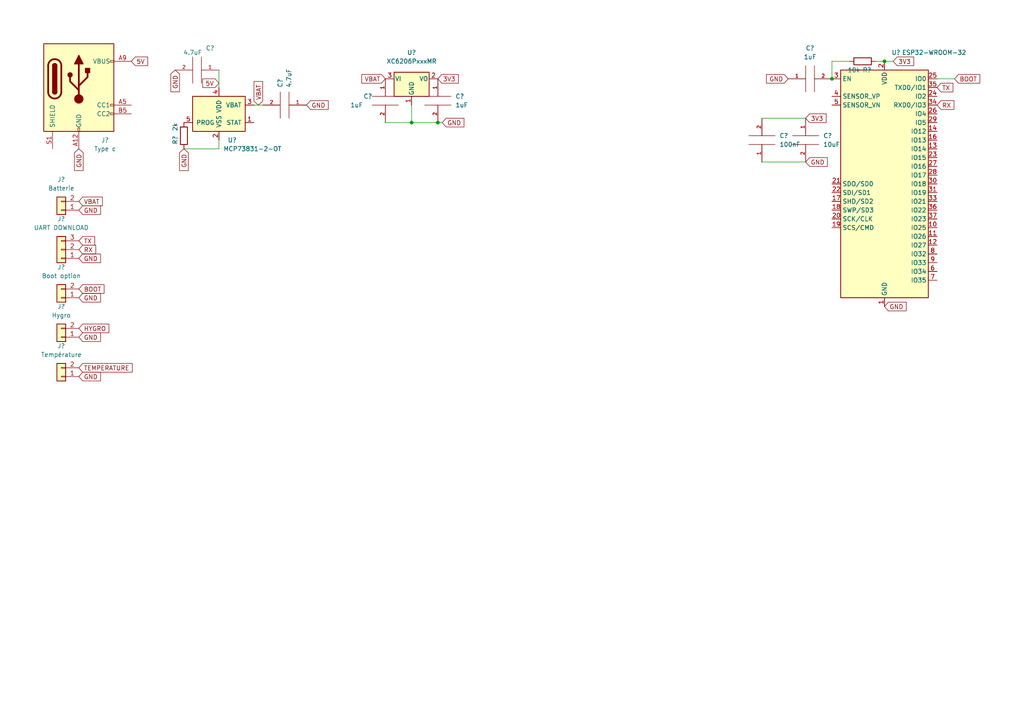
<source format=kicad_sch>
(kicad_sch (version 20211123) (generator eeschema)
  (paper "A4")
  (lib_symbols
    (symbol "Battery_Management:MCP73831-2-OT" (pin_names (offset 1.016))
      (property "Reference" "U" (at -7.62 6.35 0))
      (property "Value" "MCP73831-2-OT" (at 1.27 6.35 0))
      (symbol "MCP73831-2-OT_0_1"
        (rectangle (start -7.62 5.08) (end 7.62 -5.08) (stroke (width 0.254)) (fill (type background)))
      )
      (symbol "MCP73831-2-OT_1_1"
        (pin output line (at 10.16 -2.54 180) (length 2.54) (name "STAT") (number "1"))
        (pin power_in line (at 0 -7.62 90) (length 2.54) (name "VSS") (number "2"))
        (pin power_out line (at 10.16 2.54 180) (length 2.54) (name "VBAT") (number "3"))
        (pin power_in line (at 0 7.62 270) (length 2.54) (name "VDD") (number "4"))
        (pin input line (at -10.16 -2.54 0) (length 2.54) (name "PROG") (number "5"))
      )
    )
    (symbol "Connector:USB_C_Receptacle_PowerOnly_6P" (pin_names (offset 1.016))
      (property "Reference" "J" (at 0 16.51 0))
      (property "Value" "USB_C_Receptacle_PowerOnly_6P" (at 0 13.97 0))
      (symbol "USB_C_Receptacle_PowerOnly_6P_0_0"
        (rectangle (start -0.254 -12.7) (end 0.254 -11.684))
        (rectangle (start 10.16 -7.366) (end 9.144 -7.874))
        (rectangle (start 10.16 -4.826) (end 9.144 -5.334))
        (rectangle (start 10.16 7.874) (end 9.144 7.366))
      )
      (symbol "USB_C_Receptacle_PowerOnly_6P_0_1"
        (rectangle (start -10.16 12.7) (end 10.16 -12.7) (stroke (width 0.254)) (fill (type background)))
        (arc (start -8.89 -1.27) (mid -6.985 -3.175) (end -5.08 -1.27) (stroke (width 0.508)))
        (arc (start -7.62 -1.27) (mid -6.985 -1.905) (end -6.35 -1.27) (stroke (width 0.254)))
        (arc (start -7.62 -1.27) (mid -6.985 -1.905) (end -6.35 -1.27) (stroke (width 0.254)) (fill (type outline)))
        (rectangle (start -7.62 -1.27) (end -6.35 6.35) (stroke (width 0.254)) (fill (type outline)))
        (arc (start -6.35 6.35) (mid -6.985 6.985) (end -7.62 6.35) (stroke (width 0.254)))
        (arc (start -6.35 6.35) (mid -6.985 6.985) (end -7.62 6.35) (stroke (width 0.254)) (fill (type outline)))
        (arc (start -5.08 6.35) (mid -6.985 8.255) (end -8.89 6.35) (stroke (width 0.508)))
        (circle (center -2.54 3.683) (radius 0.635) (stroke (width 0.254)) (fill (type outline)))
        (circle (center 0 -3.302) (radius 1.27) (fill (type outline)))
        (polyline (pts (xy -8.89 -1.27) (xy -8.89 6.35)) (stroke (width 0.508)))
        (polyline (pts (xy -5.08 6.35) (xy -5.08 -1.27)) (stroke (width 0.508)))
        (polyline (pts (xy 0 -3.302) (xy 0 6.858)) (stroke (width 0.508)))
        (polyline (pts (xy 0 -0.762) (xy -2.54 1.778) (xy -2.54 3.048)) (stroke (width 0.508)))
        (polyline (pts (xy 0 0.508) (xy 2.54 3.048) (xy 2.54 4.318)) (stroke (width 0.508)))
        (polyline (pts (xy -1.27 6.858) (xy 0 9.398) (xy 1.27 6.858) (xy -1.27 6.858)) (stroke (width 0.254)) (fill (type outline)))
        (rectangle (start 1.905 4.318) (end 3.175 5.588) (stroke (width 0.254)) (fill (type outline)))
      )
      (symbol "USB_C_Receptacle_PowerOnly_6P_1_1"
        (pin passive line (at 0 -17.78 90) (length 5.08) (name "GND") (number "A12"))
        (pin bidirectional line (at 15.24 -5.08 180) (length 5.08) (name "CC1") (number "A5"))
        (pin passive line (at 15.24 7.62 180) (length 5.08) (name "VBUS") (number "A9"))
        (pin passive line (at 0 -17.78 90) (length 5.08) hide (name "GND") (number "B12"))
        (pin bidirectional line (at 15.24 -7.62 180) (length 5.08) (name "CC2") (number "B5"))
        (pin passive line (at 15.24 7.62 180) (length 5.08) hide (name "VBUS") (number "B9"))
        (pin passive line (at -7.62 -17.78 90) (length 5.08) (name "SHIELD") (number "S1"))
      )
    )
    (symbol "Connector_Generic:Conn_01x02" (pin_names (offset 1.016) hide)
      (property "Reference" "J" (at 0 2.54 0))
      (property "Value" "Conn_01x02" (at 0 -5.08 0))
      (symbol "Conn_01x02_1_1"
        (rectangle (start -1.27 -2.413) (end 0 -2.667) (stroke (width 0.1524)))
        (rectangle (start -1.27 0.127) (end 0 -0.127) (stroke (width 0.1524)))
        (rectangle (start -1.27 1.27) (end 1.27 -3.81) (stroke (width 0.254)) (fill (type background)))
        (pin passive line (at -5.08 0 0) (length 3.81) (name "Pin_1") (number "1"))
        (pin passive line (at -5.08 -2.54 0) (length 3.81) (name "Pin_2") (number "2"))
      )
    )
    (symbol "Connector_Generic:Conn_01x03" (pin_names (offset 1.016) hide)
      (property "Reference" "J" (at 0 5.08 0))
      (property "Value" "Conn_01x03" (at 0 -5.08 0))
      (symbol "Conn_01x03_1_1"
        (rectangle (start -1.27 -2.413) (end 0 -2.667) (stroke (width 0.1524)))
        (rectangle (start -1.27 0.127) (end 0 -0.127) (stroke (width 0.1524)))
        (rectangle (start -1.27 2.667) (end 0 2.413) (stroke (width 0.1524)))
        (rectangle (start -1.27 3.81) (end 1.27 -3.81) (stroke (width 0.254)) (fill (type background)))
        (pin passive line (at -5.08 2.54 0) (length 3.81) (name "Pin_1") (number "1"))
        (pin passive line (at -5.08 0 0) (length 3.81) (name "Pin_2") (number "2"))
        (pin passive line (at -5.08 -2.54 0) (length 3.81) (name "Pin_3") (number "3"))
      )
    )
    (symbol "Device:R" (pin_numbers hide) (pin_names (offset 0))
      (property "Reference" "R" (at 2.032 0 90))
      (property "Value" "R" (at 0 0 90))
      (symbol "R_0_1"
        (rectangle (start -1.016 -2.54) (end 1.016 2.54) (stroke (width 0.254)))
      )
      (symbol "R_1_1"
        (pin passive line (at 0 3.81 270) (length 1.27) (name "~") (number "1"))
        (pin passive line (at 0 -3.81 90) (length 1.27) (name "~") (number "2"))
      )
    )
    (symbol "RF_Module:ESP32-WROOM-32"
      (property "Reference" "U" (at -12.7 34.29 0))
      (property "Value" "ESP32-WROOM-32" (at 1.27 34.29 0))
      (symbol "ESP32-WROOM-32_0_1"
        (rectangle (start -12.7 33.02) (end 12.7 -33.02) (stroke (width 0.254)) (fill (type background)))
      )
      (symbol "ESP32-WROOM-32_1_1"
        (pin power_in line (at 0 -35.56 90) (length 2.54) (name "GND") (number "1"))
        (pin bidirectional line (at 15.24 -12.7 180) (length 2.54) (name "IO25") (number "10"))
        (pin bidirectional line (at 15.24 -15.24 180) (length 2.54) (name "IO26") (number "11"))
        (pin bidirectional line (at 15.24 -17.78 180) (length 2.54) (name "IO27") (number "12"))
        (pin bidirectional line (at 15.24 10.16 180) (length 2.54) (name "IO14") (number "13"))
        (pin bidirectional line (at 15.24 15.24 180) (length 2.54) (name "IO12") (number "14"))
        (pin passive line (at 0 -35.56 90) (length 2.54) hide (name "GND") (number "15"))
        (pin bidirectional line (at 15.24 12.7 180) (length 2.54) (name "IO13") (number "16"))
        (pin bidirectional line (at -15.24 -5.08 0) (length 2.54) (name "SHD/SD2") (number "17"))
        (pin bidirectional line (at -15.24 -7.62 0) (length 2.54) (name "SWP/SD3") (number "18"))
        (pin bidirectional line (at -15.24 -12.7 0) (length 2.54) (name "SCS/CMD") (number "19"))
        (pin power_in line (at 0 35.56 270) (length 2.54) (name "VDD") (number "2"))
        (pin bidirectional line (at -15.24 -10.16 0) (length 2.54) (name "SCK/CLK") (number "20"))
        (pin bidirectional line (at -15.24 0 0) (length 2.54) (name "SDO/SD0") (number "21"))
        (pin bidirectional line (at -15.24 -2.54 0) (length 2.54) (name "SDI/SD1") (number "22"))
        (pin bidirectional line (at 15.24 7.62 180) (length 2.54) (name "IO15") (number "23"))
        (pin bidirectional line (at 15.24 25.4 180) (length 2.54) (name "IO2") (number "24"))
        (pin bidirectional line (at 15.24 30.48 180) (length 2.54) (name "IO0") (number "25"))
        (pin bidirectional line (at 15.24 20.32 180) (length 2.54) (name "IO4") (number "26"))
        (pin bidirectional line (at 15.24 5.08 180) (length 2.54) (name "IO16") (number "27"))
        (pin bidirectional line (at 15.24 2.54 180) (length 2.54) (name "IO17") (number "28"))
        (pin bidirectional line (at 15.24 17.78 180) (length 2.54) (name "IO5") (number "29"))
        (pin input line (at -15.24 30.48 0) (length 2.54) (name "EN") (number "3"))
        (pin bidirectional line (at 15.24 0 180) (length 2.54) (name "IO18") (number "30"))
        (pin bidirectional line (at 15.24 -2.54 180) (length 2.54) (name "IO19") (number "31"))
        (pin no_connect line (at -12.7 -27.94 0) (length 2.54) hide (name "NC") (number "32"))
        (pin bidirectional line (at 15.24 -5.08 180) (length 2.54) (name "IO21") (number "33"))
        (pin bidirectional line (at 15.24 22.86 180) (length 2.54) (name "RXD0/IO3") (number "34"))
        (pin bidirectional line (at 15.24 27.94 180) (length 2.54) (name "TXD0/IO1") (number "35"))
        (pin bidirectional line (at 15.24 -7.62 180) (length 2.54) (name "IO22") (number "36"))
        (pin bidirectional line (at 15.24 -10.16 180) (length 2.54) (name "IO23") (number "37"))
        (pin passive line (at 0 -35.56 90) (length 2.54) hide (name "GND") (number "38"))
        (pin passive line (at 0 -35.56 90) (length 2.54) hide (name "GND") (number "39"))
        (pin input line (at -15.24 25.4 0) (length 2.54) (name "SENSOR_VP") (number "4"))
        (pin input line (at -15.24 22.86 0) (length 2.54) (name "SENSOR_VN") (number "5"))
        (pin input line (at 15.24 -25.4 180) (length 2.54) (name "IO34") (number "6"))
        (pin input line (at 15.24 -27.94 180) (length 2.54) (name "IO35") (number "7"))
        (pin bidirectional line (at 15.24 -20.32 180) (length 2.54) (name "IO32") (number "8"))
        (pin bidirectional line (at 15.24 -22.86 180) (length 2.54) (name "IO33") (number "9"))
      )
    )
    (symbol "Regulator_Linear:XC6206PxxxMR" (pin_names (offset 0.254))
      (property "Reference" "U" (at -3.81 3.175 0))
      (property "Value" "XC6206PxxxMR" (at 0 3.175 0))
      (symbol "XC6206PxxxMR_0_1"
        (rectangle (start -5.08 1.905) (end 5.08 -5.08) (stroke (width 0.254)) (fill (type background)))
      )
      (symbol "XC6206PxxxMR_1_1"
        (pin power_in line (at 0 -7.62 90) (length 2.54) (name "GND") (number "1"))
        (pin power_out line (at 7.62 0 180) (length 2.54) (name "VO") (number "2"))
        (pin power_in line (at -7.62 0 0) (length 2.54) (name "VI") (number "3"))
      )
    )
    (symbol "pspice:C" (pin_names (offset 0.254))
      (property "Reference" "C" (at 2.54 3.81 90))
      (property "Value" "C" (at 2.54 -3.81 90))
      (symbol "C_0_1"
        (polyline (pts (xy -3.81 -1.27) (xy 3.81 -1.27)))
        (polyline (pts (xy -3.81 1.27) (xy 3.81 1.27)))
      )
      (symbol "C_1_1"
        (pin passive line (at 0 6.35 270) (length 5.08) (name "~") (number "1"))
        (pin passive line (at 0 -6.35 90) (length 5.08) (name "~") (number "2"))
      )
    )
  )
  (junction (at 127 35.56))
  (junction (at 119.38 35.56))
  (junction (at 256.54 17.78))
  (junction (at 241.3 22.86))
  (wire (pts (xy 259.08 17.78) (xy 256.54 17.78)))
  (wire (pts (xy 119.38 35.56) (xy 127 35.56)))
  (wire (pts (xy 119.38 30.48) (xy 119.38 35.56)))
  (wire (pts (xy 220.98 34.29) (xy 233.68 34.29)))
  (wire (pts (xy 256.54 17.78) (xy 254 17.78)))
  (wire (pts (xy 246.38 17.78) (xy 241.3 17.78)))
  (wire (pts (xy 63.5 20.32) (xy 63.5 25.4)))
  (wire (pts (xy 220.98 46.99) (xy 233.68 46.99)))
  (wire (pts (xy 241.3 17.78) (xy 241.3 22.86)))
  (wire (pts (xy 111.76 35.56) (xy 119.38 35.56)))
  (wire (pts (xy 128.27 35.56) (xy 127 35.56)))
  (wire (pts (xy 53.34 43.18) (xy 63.5 43.18)))
  (wire (pts (xy 63.5 43.18) (xy 63.5 40.64)))
  (wire (pts (xy 76.2 30.48) (xy 73.66 30.48)))
  (wire (pts (xy 271.78 22.86) (xy 276.86 22.86)))
  (global_label "GND" (shape input) (at 128.27 35.56 0) (property "Intersheet References" "${INTERSHEET_REFS}" (effects hide)))
  (global_label "GND" (shape input) (at 22.86 97.79 0) (property "Intersheet References" "${INTERSHEET_REFS}" (effects hide)))
  (global_label "GND" (shape input) (at 50.8 20.32 270) (property "Intersheet References" "${INTERSHEET_REFS}" (effects hide)))
  (global_label "GND" (shape input) (at 22.86 43.18 270) (property "Intersheet References" "${INTERSHEET_REFS}" (effects hide)))
  (global_label "BOOT" (shape input) (at 22.86 83.82 0) (property "Intersheet References" "${INTERSHEET_REFS}" (effects hide)))
  (global_label "GND" (shape input) (at 256.54 88.9 0) (property "Intersheet References" "${INTERSHEET_REFS}" (effects hide)))
  (global_label "TEMPERATURE" (shape input) (at 22.86 106.68 0) (property "Intersheet References" "${INTERSHEET_REFS}" (effects hide)))
  (global_label "BOOT" (shape input) (at 276.86 22.86 0) (property "Intersheet References" "${INTERSHEET_REFS}" (effects hide)))
  (global_label "VBAT" (shape input) (at 74.93 30.48 90) (property "Intersheet References" "${INTERSHEET_REFS}" (effects hide)))
  (global_label "TX" (shape input) (at 22.86 69.85 0) (property "Intersheet References" "${INTERSHEET_REFS}" (effects hide)))
  (global_label "RX" (shape input) (at 271.78 30.48 0) (property "Intersheet References" "${INTERSHEET_REFS}" (effects hide)))
  (global_label "GND" (shape input) (at 22.86 74.93 0) (property "Intersheet References" "${INTERSHEET_REFS}" (effects hide)))
  (global_label "3V3" (shape input) (at 259.08 17.78 0) (property "Intersheet References" "${INTERSHEET_REFS}" (effects hide)))
  (global_label "GND" (shape input) (at 233.68 46.99 0) (property "Intersheet References" "${INTERSHEET_REFS}" (effects hide)))
  (global_label "GND" (shape input) (at 88.9 30.48 0) (property "Intersheet References" "${INTERSHEET_REFS}" (effects hide)))
  (global_label "3V3" (shape input) (at 127 22.86 0) (property "Intersheet References" "${INTERSHEET_REFS}" (effects hide)))
  (global_label "RX" (shape input) (at 22.86 72.39 0) (property "Intersheet References" "${INTERSHEET_REFS}" (effects hide)))
  (global_label "GND" (shape input) (at 53.34 43.18 270) (property "Intersheet References" "${INTERSHEET_REFS}" (effects hide)))
  (global_label "VBAT" (shape input) (at 22.86 58.42 0) (property "Intersheet References" "${INTERSHEET_REFS}" (effects hide)))
  (global_label "5V" (shape input) (at 63.5 24.13 180) (property "Intersheet References" "${INTERSHEET_REFS}" (effects hide)))
  (global_label "HYGRO" (shape input) (at 22.86 95.25 0) (property "Intersheet References" "${INTERSHEET_REFS}" (effects hide)))
  (global_label "GND" (shape input) (at 22.86 86.36 0) (property "Intersheet References" "${INTERSHEET_REFS}" (effects hide)))
  (global_label "GND" (shape input) (at 22.86 109.22 0) (property "Intersheet References" "${INTERSHEET_REFS}" (effects hide)))
  (global_label "TX" (shape input) (at 271.78 25.4 0) (property "Intersheet References" "${INTERSHEET_REFS}" (effects hide)))
  (global_label "5V" (shape input) (at 38.1 17.78 0) (property "Intersheet References" "${INTERSHEET_REFS}" (effects hide)))
  (global_label "VBAT" (shape input) (at 111.76 22.86 180) (property "Intersheet References" "${INTERSHEET_REFS}" (effects hide)))
  (global_label "GND" (shape input) (at 228.6 22.86 180) (property "Intersheet References" "${INTERSHEET_REFS}" (effects hide)))
  (global_label "3V3" (shape input) (at 233.68 34.29 0) (property "Intersheet References" "${INTERSHEET_REFS}" (effects hide)))
  (global_label "GND" (shape input) (at 22.86 60.96 0) (property "Intersheet References" "${INTERSHEET_REFS}" (effects hide)))
  (symbol (lib_id "pspice:C") (at 127 29.21 0) (unit 1)
    (property "Reference" "C?" (at 132.08 27.9399 0) (effects (justify left)))
    (property "Value" "1uF" (at 132.08 30.4799 0) (effects (justify left)))
    (property "Footprint" "Capacitor_SMD:C_0805_2012Metric" (effects hide))
  )
  (symbol (lib_id "Connector_Generic:Conn_01x02") (at 17.78 97.79 180) (unit 1)
    (property "Reference" "J?" (at 17.78 88.9 0))
    (property "Value" "Hygro" (at 17.78 91.44 0))
    (property "Footprint" "Connector_PinHeader_2.54mm:PinHeader_1x02_P2.54mm_Vertical" (effects hide))
  )
  (symbol (lib_id "pspice:C") (at 111.76 29.21 0) (unit 1)
    (property "Reference" "C?" (at 105.41 27.94 0) (effects (justify left)))
    (property "Value" "1uF" (at 101.6 30.48 0) (effects (justify left)))
    (property "Footprint" "Capacitor_SMD:C_0805_2012Metric" (effects hide))
  )
  (symbol (lib_id "pspice:C") (at 234.95 22.86 90) (unit 1)
    (property "Reference" "C?" (at 234.95 13.97 90))
    (property "Value" "1uF" (at 234.95 16.51 90))
    (property "Footprint" "Capacitor_SMD:C_0805_2012Metric" (effects hide))
  )
  (symbol (lib_id "pspice:C") (at 57.15 20.32 270) (unit 1)
    (property "Reference" "C?" (at 60.96 13.97 90))
    (property "Value" "4.7uF" (at 55.88 15.24 90))
    (property "Footprint" "Capacitor_SMD:C_0805_2012Metric" (effects hide))
  )
  (symbol (lib_id "Battery_Management:MCP73831-2-OT") (at 63.5 33.02 0) (unit 1)
    (property "Reference" "U?" (at 66.04 40.64 0) (effects (justify left)))
    (property "Value" "MCP73831-2-OT" (at 64.77 43.18 0) (effects (justify left)))
    (property "Footprint" "Package_TO_SOT_SMD:SOT-23-5" (effects hide))
    (property "Datasheet" "http://ww1.microchip.com/downloads/en/DeviceDoc/20001984g.pdf" (effects hide))
  )
  (symbol (lib_id "Connector_Generic:Conn_01x03") (at 17.78 72.39 180) (unit 1)
    (property "Reference" "J?" (at 17.78 63.5 0))
    (property "Value" "UART DOWNLOAD" (at 17.78 66.04 0))
    (property "Footprint" "Connector_PinHeader_2.54mm:PinHeader_1x03_P2.54mm_Vertical" (effects hide))
  )
  (symbol (lib_id "Connector:USB_C_Receptacle_PowerOnly_6P") (at 22.86 25.4 0) (unit 1)
    (property "Reference" "J?" (at 30.48 40.64 0))
    (property "Value" "Type c" (at 30.48 43.18 0))
    (property "Datasheet" "https://www.usb.org/sites/default/files/documents/usb_type-c.zip" (effects hide))
  )
  (symbol (lib_id "Connector_Generic:Conn_01x02") (at 17.78 60.96 180) (unit 1)
    (property "Reference" "J?" (at 17.78 52.07 0))
    (property "Value" "Batterie" (at 17.78 54.61 0))
    (property "Footprint" "Connector_PinHeader_2.54mm:PinHeader_1x02_P2.54mm_Vertical" (effects hide))
  )
  (symbol (lib_id "Device:R") (at 53.34 39.37 180) (unit 1)
    (property "Reference" "R?" (at 50.8 40.64 90))
    (property "Value" "2k" (at 50.8 36.83 90))
    (property "Footprint" "Resistor_SMD:R_0805_2012Metric" (effects hide))
  )
  (symbol (lib_id "pspice:C") (at 233.68 40.64 0) (unit 1)
    (property "Reference" "C?" (at 238.76 39.3699 0) (effects (justify left)))
    (property "Value" "10uF" (at 238.76 41.9099 0) (effects (justify left)))
    (property "Footprint" "Capacitor_SMD:C_0805_2012Metric" (effects hide))
  )
  (symbol (lib_id "Regulator_Linear:XC6206PxxxMR") (at 119.38 22.86 0) (unit 1)
    (property "Reference" "U?" (at 119.38 15.24 0))
    (property "Value" "XC6206PxxxMR" (at 119.38 17.78 0))
    (property "Footprint" "Package_TO_SOT_SMD:SOT-23-3" (effects hide))
    (property "Datasheet" "https://www.torexsemi.com/file/xc6206/XC6206.pdf" (effects hide))
  )
  (symbol (lib_id "pspice:C") (at 220.98 40.64 180) (unit 1)
    (property "Reference" "C?" (at 226.06 39.3699 0) (effects (justify right)))
    (property "Value" "100nF" (at 226.06 41.9099 0) (effects (justify right)))
    (property "Footprint" "Capacitor_SMD:C_0805_2012Metric" (effects hide))
  )
  (symbol (lib_id "Connector_Generic:Conn_01x02") (at 17.78 109.22 180) (unit 1)
    (property "Reference" "J?" (at 17.78 100.33 0))
    (property "Value" "Température" (at 17.78 102.87 0))
    (property "Footprint" "Connector_PinHeader_2.54mm:PinHeader_1x02_P2.54mm_Vertical" (effects hide))
  )
  (symbol (lib_id "Device:R") (at 250.19 17.78 270) (unit 1)
    (property "Reference" "R?" (at 251.46 20.32 90))
    (property "Value" "10k" (at 247.65 20.32 90))
    (property "Footprint" "Resistor_SMD:R_0805_2012Metric" (effects hide))
  )
  (symbol (lib_id "pspice:C") (at 82.55 30.48 270) (unit 1)
    (property "Reference" "C?" (at 81.2799 25.4 0) (effects (justify right)))
    (property "Value" "4.7uF" (at 83.8199 25.4 0) (effects (justify right)))
    (property "Footprint" "Capacitor_SMD:C_0805_2012Metric" (effects hide))
  )
  (symbol (lib_id "Connector_Generic:Conn_01x02") (at 17.78 86.36 180) (unit 1)
    (property "Reference" "J?" (at 17.78 77.47 0))
    (property "Value" "Boot option" (at 17.78 80.01 0))
    (property "Footprint" "Connector_PinHeader_2.54mm:PinHeader_1x02_P2.54mm_Vertical" (effects hide))
  )
  (symbol (lib_id "RF_Module:ESP32-WROOM-32") (at 256.54 53.34 0) (unit 1)
    (property "Reference" "U?" (at 258.5594 15.24 0) (effects (justify left)))
    (property "Value" "ESP32-WROOM-32" (at 261.62 15.24 0) (effects (justify left)))
    (property "Footprint" "RF_Module:ESP32-WROOM-32" (effects hide))
    (property "Datasheet" "https://www.espressif.com/sites/default/files/documentation/esp32-wroom-32_datasheet_en.pdf" (effects hide))
  )
)
</source>
